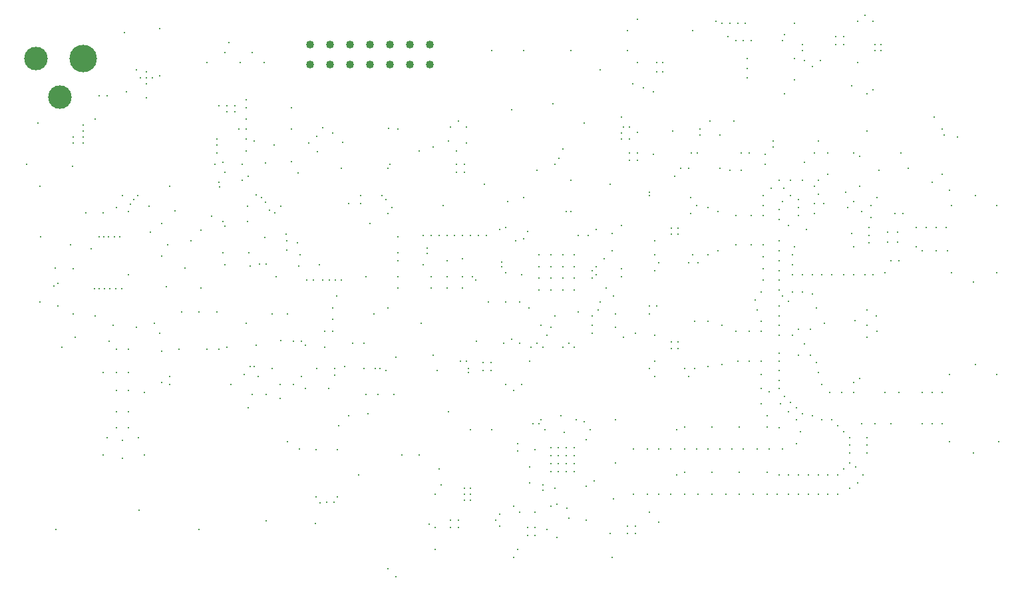
<source format=gbr>
%FSLAX36Y36*%
%MOMM*%
%ADD200C,0.200000*%
%ADD201C,0.254000*%
%ADD202C,0.300000*%
%ADD203C,1.016000*%
%ADD204C,3.000000*%
%ADD205C,3.500000*%
G54D200*
X140233000Y-129750000D03*
X140233000Y-130750000D03*
X141000000Y-84500000D03*
X141000000Y-85500000D03*
X141233000Y-129750000D03*
X141233000Y-130750000D03*
X142000000Y-84500000D03*
X142000000Y-85500000D03*
X144400000Y-109750000D03*
X144400000Y-110750000D03*
X145400000Y-109750000D03*
X145400000Y-110750000D03*
X150000000Y-130750000D03*
X150000000Y-131750000D03*
X151000000Y-130750000D03*
X151000000Y-131750000D03*
X151500000Y-96000000D03*
X151500000Y-97500000D03*
X151500000Y-99000000D03*
X151500000Y-100500000D03*
X152965000Y-120584000D03*
X152965000Y-121584000D03*
X152965000Y-122584000D03*
X152965000Y-123584000D03*
X153000000Y-96000000D03*
X153000000Y-97500000D03*
X153000000Y-99000000D03*
X153000000Y-100500000D03*
X153965000Y-120584000D03*
X153965000Y-121584000D03*
X153965000Y-122584000D03*
X153965000Y-123584000D03*
X154500000Y-96000000D03*
X154500000Y-97500000D03*
X154500000Y-99000000D03*
X154500000Y-100500000D03*
X154965000Y-120584000D03*
X154965000Y-121584000D03*
X154965000Y-122584000D03*
X154965000Y-123584000D03*
X155965000Y-120584000D03*
X155965000Y-121584000D03*
X155965000Y-122584000D03*
X155965000Y-123584000D03*
X156000000Y-96000000D03*
X156000000Y-97500000D03*
X156000000Y-99000000D03*
X156000000Y-100500000D03*
X162750000Y-130500000D03*
X162750000Y-131500000D03*
X163000000Y-83000000D03*
X163000000Y-84000000D03*
X163750000Y-130500000D03*
X163750000Y-131500000D03*
X164000000Y-83000000D03*
X164000000Y-84000000D03*
X168350000Y-92600000D03*
X168350000Y-93400000D03*
X168350000Y-107100000D03*
X168350000Y-107900000D03*
X169150000Y-92600000D03*
X169150000Y-93400000D03*
X169150000Y-107100000D03*
X169150000Y-107900000D03*
X170850000Y-83000000D03*
X171650000Y-83000000D03*
X177250000Y-83050000D03*
X178250000Y-83050000D03*
X189250000Y-68250000D03*
X189250000Y-69250000D03*
X190250000Y-68250000D03*
X190250000Y-69250000D03*
G54D201*
X86250000Y-84500000D03*
X87750000Y-79250000D03*
X88000000Y-87250000D03*
X88000000Y-102000000D03*
X88100000Y-93700000D03*
X89750000Y-100000000D03*
X89900000Y-97700000D03*
X90000000Y-131000000D03*
X90250000Y-102500000D03*
X90300000Y-99600000D03*
X90750000Y-107750000D03*
X91904000Y-94749000D03*
X92100000Y-84700000D03*
X92200000Y-97750000D03*
X92250000Y-81000000D03*
X92250000Y-81750000D03*
X92250000Y-103500000D03*
X92500000Y-106500000D03*
X93500000Y-79500000D03*
X93500000Y-80250000D03*
X93500000Y-81000000D03*
X93500000Y-81750000D03*
X93800000Y-90700000D03*
X94500000Y-95250000D03*
X94900000Y-100300000D03*
X95000000Y-78750000D03*
X95000000Y-103750000D03*
X95486000Y-100295000D03*
X95500000Y-75750000D03*
X95500000Y-93700000D03*
X96000000Y-90700000D03*
X96000000Y-111000000D03*
X96000000Y-121500000D03*
X96100000Y-93700000D03*
X96200000Y-100300000D03*
X96500000Y-75750000D03*
X96500000Y-119250000D03*
X96700000Y-93700000D03*
X96750000Y-107000000D03*
X96900000Y-100300000D03*
X97250000Y-105000000D03*
X97500000Y-93700000D03*
X97600000Y-100300000D03*
X97750000Y-90000000D03*
X97750000Y-108000000D03*
X97750000Y-111000000D03*
X97750000Y-113250000D03*
X97750000Y-116000000D03*
X97750000Y-118000000D03*
X98100000Y-93700000D03*
X98400000Y-100300000D03*
X98500000Y-88500000D03*
X98500000Y-119600000D03*
X98500000Y-121900000D03*
X98750000Y-67750000D03*
X99000000Y-75250000D03*
X99200000Y-98500000D03*
X99250000Y-108000000D03*
X99250000Y-111000000D03*
X99250000Y-113250000D03*
X99250000Y-116000000D03*
X99250000Y-118000000D03*
X99250000Y-90500000D03*
X99500000Y-89600000D03*
X99900000Y-89000000D03*
X100250000Y-72500000D03*
X100250000Y-105250000D03*
X100400000Y-88500000D03*
X100500000Y-119250000D03*
X100600000Y-128500000D03*
X100750000Y-73500000D03*
X101250000Y-113500000D03*
X101250000Y-121500000D03*
X101500000Y-72750000D03*
X101500000Y-73500000D03*
X101500000Y-74250000D03*
X101500000Y-76000000D03*
X101900000Y-89800000D03*
X102000000Y-93100000D03*
X102250000Y-73500000D03*
X102576000Y-104744000D03*
X103250000Y-67250000D03*
X103250000Y-73250000D03*
X103250000Y-106000000D03*
X103500000Y-92000000D03*
X103500000Y-96200000D03*
X103500000Y-108250000D03*
X103500000Y-112250000D03*
X104100000Y-100100000D03*
X104251000Y-94749000D03*
X104500000Y-87250000D03*
X104500000Y-111500000D03*
X104500000Y-112500000D03*
X105200000Y-90400000D03*
X105700000Y-108000000D03*
X106000000Y-103250000D03*
X106400000Y-97700000D03*
X107205000Y-94205000D03*
X108250000Y-103250000D03*
X108250000Y-131000000D03*
X108500000Y-92900000D03*
X108500000Y-100250000D03*
X109200000Y-71500000D03*
X109250000Y-108000000D03*
X109800000Y-91100000D03*
X110250000Y-84500000D03*
X110500000Y-81250000D03*
X110500000Y-82000000D03*
X110500000Y-83000000D03*
X110500000Y-103300000D03*
X110750000Y-77000000D03*
X110750000Y-86750000D03*
X110750000Y-108000000D03*
X110800000Y-87400000D03*
X111250000Y-84250000D03*
X111250000Y-91750000D03*
X111250000Y-95750000D03*
X111500000Y-70250000D03*
X111500000Y-85500000D03*
X111500000Y-92331000D03*
X111500000Y-97250000D03*
X111750000Y-77000000D03*
X111750000Y-77750000D03*
X111750000Y-107750000D03*
X112000000Y-69000000D03*
X112250000Y-112500000D03*
X112750000Y-77000000D03*
X112750000Y-77750000D03*
X113250000Y-80000000D03*
X113500000Y-71500000D03*
X113750000Y-84500000D03*
X113750000Y-86500000D03*
X114000000Y-111250000D03*
X114250000Y-76250000D03*
X114250000Y-77250000D03*
X114250000Y-78750000D03*
X114250000Y-80000000D03*
X114250000Y-81250000D03*
X114250000Y-82750000D03*
X114250000Y-104750000D03*
X114400000Y-89800000D03*
X114400000Y-91800000D03*
X114500000Y-86000000D03*
X114500000Y-115500000D03*
X114600000Y-95700000D03*
X114700000Y-97400000D03*
X114750000Y-110250000D03*
X115000000Y-70250000D03*
X115000000Y-113750000D03*
X115250000Y-81500000D03*
X115250000Y-110250000D03*
X115500000Y-88400000D03*
X115500000Y-107500000D03*
X115750000Y-111500000D03*
X115876000Y-97200000D03*
X116200000Y-88700000D03*
X116500000Y-71500000D03*
X116600000Y-93800000D03*
X116700000Y-84300000D03*
X116700000Y-89300000D03*
X116750000Y-113750000D03*
X116800000Y-97200000D03*
X116800000Y-129900000D03*
X117200000Y-90300000D03*
X117500000Y-103500000D03*
X117500000Y-110500000D03*
X117750000Y-82000000D03*
X117900000Y-90700000D03*
X118000000Y-98750000D03*
X118500000Y-112500000D03*
X118500000Y-114250000D03*
X118600000Y-89800000D03*
X118600000Y-106900000D03*
X119300000Y-93400000D03*
X119400000Y-94200000D03*
X119400000Y-95400000D03*
X119500000Y-103500000D03*
X119500000Y-119750000D03*
X120000000Y-77250000D03*
X120000000Y-80000000D03*
X120000000Y-84100000D03*
X120250000Y-107000000D03*
X120250000Y-112500000D03*
X120750000Y-94500000D03*
X120800000Y-85600000D03*
X120900000Y-97400000D03*
X121000000Y-120750000D03*
X121100000Y-96000000D03*
X121250000Y-107000000D03*
X121250000Y-111500000D03*
X121750000Y-107500000D03*
X121750000Y-113000000D03*
X121900000Y-99200000D03*
X122200000Y-81800000D03*
X122800000Y-99200000D03*
X123000000Y-130200000D03*
X123100000Y-120800000D03*
X123100000Y-126800000D03*
X123200000Y-80900000D03*
X123226000Y-110500000D03*
X123300000Y-82900000D03*
X123500000Y-97250000D03*
X123600000Y-127600000D03*
X124000000Y-79800000D03*
X124000000Y-99200000D03*
X124250000Y-105750000D03*
X124250000Y-107750000D03*
X124500000Y-127500000D03*
X124750000Y-113000000D03*
X124800000Y-99200000D03*
X125200000Y-80500000D03*
X125250000Y-102750000D03*
X125250000Y-104250000D03*
X125250000Y-105750000D03*
X125400000Y-127500000D03*
X125500000Y-110500000D03*
X125500000Y-111354000D03*
X125600000Y-99200000D03*
X125750000Y-101250000D03*
X125800000Y-120800000D03*
X125800000Y-126800000D03*
X126000000Y-117750000D03*
X126300000Y-85000000D03*
X126300000Y-99200000D03*
X126500000Y-81700000D03*
X126750000Y-110250000D03*
X127250000Y-89500000D03*
X127250000Y-116500000D03*
X127750000Y-107250000D03*
X128500000Y-124000000D03*
X128750000Y-88500000D03*
X128750000Y-89500000D03*
X129250000Y-107250000D03*
X129250000Y-110500000D03*
X129500000Y-98750000D03*
X129500000Y-113750000D03*
X129750000Y-116250000D03*
X130000000Y-92000000D03*
X130500000Y-103500000D03*
X130669000Y-110500000D03*
X131000000Y-113750000D03*
X131250000Y-110500000D03*
X131500000Y-88500000D03*
X131980000Y-88990000D03*
X132000000Y-110750000D03*
X132250000Y-85000000D03*
X132250000Y-90750000D03*
X132250000Y-102750000D03*
X132250000Y-136000000D03*
X132300000Y-79900000D03*
X132500000Y-84500000D03*
X132750000Y-90000000D03*
X133000000Y-113750000D03*
X133250000Y-109000000D03*
X133250000Y-137000000D03*
X133500000Y-80000000D03*
X133500000Y-93750000D03*
X133500000Y-95750000D03*
X133500000Y-96750000D03*
X133500000Y-98750000D03*
X133500000Y-100250000D03*
X134000000Y-121500000D03*
X136250000Y-82750000D03*
X136250000Y-121500000D03*
X136500000Y-104750000D03*
X136750000Y-93500000D03*
X136750000Y-97250000D03*
X137250000Y-95183000D03*
X137250000Y-95817000D03*
X137500000Y-130250000D03*
X137750000Y-93500000D03*
X137750000Y-98750000D03*
X137750000Y-100250000D03*
X138000000Y-82250000D03*
X138000000Y-108750000D03*
X138250000Y-126500000D03*
X138250000Y-130750000D03*
X138250000Y-133500000D03*
X138500000Y-110750000D03*
X138750000Y-93500000D03*
X138750000Y-123250000D03*
X139000000Y-125250000D03*
X139250000Y-89750000D03*
X139750000Y-93500000D03*
X139750000Y-96750000D03*
X139750000Y-98750000D03*
X139750000Y-100250000D03*
X140000000Y-81500000D03*
X140000000Y-116000000D03*
X140250000Y-79750000D03*
X140750000Y-93500000D03*
X141000000Y-82750000D03*
X141250000Y-79000000D03*
X141500000Y-109500000D03*
X141750000Y-93500000D03*
X141750000Y-96500000D03*
X141750000Y-98750000D03*
X141750000Y-100250000D03*
X142000000Y-125750000D03*
X142000000Y-126500000D03*
X142000000Y-127250000D03*
X142250000Y-79750000D03*
X142250000Y-81750000D03*
X142250000Y-109500000D03*
X142500000Y-110500000D03*
X142500000Y-111000000D03*
X142750000Y-93500000D03*
X142750000Y-118250000D03*
X142750000Y-125750000D03*
X142750000Y-126500000D03*
X142750000Y-127250000D03*
X143045000Y-98795000D03*
X143455000Y-99205000D03*
X143500000Y-107000000D03*
X143750000Y-93500000D03*
X144500000Y-87000000D03*
X144750000Y-93500000D03*
X145000000Y-102000000D03*
X145500000Y-70000000D03*
X145500000Y-118250000D03*
X146000000Y-129750000D03*
X146500000Y-92750000D03*
X146500000Y-129000000D03*
X146500000Y-130500000D03*
X146750000Y-96959000D03*
X146750000Y-97541000D03*
X147000000Y-107250000D03*
X147250000Y-92500000D03*
X147250000Y-98250000D03*
X147250000Y-102000000D03*
X147250000Y-112500000D03*
X147500000Y-89250000D03*
X148000000Y-77500000D03*
X148000000Y-106750000D03*
X148250000Y-113250000D03*
X148250000Y-128000000D03*
X148250000Y-134500000D03*
X148500000Y-94250000D03*
X148750000Y-120000000D03*
X148750000Y-121000000D03*
X148750000Y-133500000D03*
X149000000Y-102000000D03*
X149000000Y-107250000D03*
X149000000Y-128750000D03*
X149250000Y-98500000D03*
X149250000Y-112500000D03*
X149500000Y-70000000D03*
X149500000Y-88750000D03*
X149500000Y-94000000D03*
X150000000Y-93000000D03*
X150216000Y-102750000D03*
X150250000Y-109500000D03*
X150250000Y-123000000D03*
X150250000Y-125000000D03*
X150500000Y-107750000D03*
X150750000Y-117500000D03*
X151000000Y-128750000D03*
X151006000Y-120834000D03*
X151250000Y-85250000D03*
X151250000Y-107250000D03*
X151500000Y-117500000D03*
X151705000Y-104955000D03*
X151750000Y-117000000D03*
X152000000Y-107750000D03*
X152000000Y-125250000D03*
X152000000Y-126000000D03*
X152250000Y-118250000D03*
X152500000Y-106250000D03*
X152500000Y-131000000D03*
X153000000Y-105250000D03*
X153000000Y-128000000D03*
X153250000Y-76750000D03*
X153500000Y-84500000D03*
X153500000Y-103750000D03*
X153500000Y-125750000D03*
X153750000Y-127750000D03*
X153750000Y-132000000D03*
X154000000Y-83750000D03*
X154250000Y-116500000D03*
X154500000Y-82500000D03*
X154500000Y-107750000D03*
X154696000Y-118572000D03*
X154938000Y-90476000D03*
X155000000Y-128250000D03*
X155250000Y-107250000D03*
X155250000Y-129500000D03*
X155500000Y-70000000D03*
X155500000Y-86500000D03*
X155572000Y-90476000D03*
X156000000Y-107750000D03*
X156250000Y-117000000D03*
X156500000Y-93500000D03*
X156500000Y-103250000D03*
X157250000Y-79250000D03*
X157250000Y-117250000D03*
X157500000Y-119500000D03*
X157500000Y-125500000D03*
X157500000Y-129750000D03*
X157750000Y-93500000D03*
X158000000Y-118250000D03*
X158250000Y-98000000D03*
X158250000Y-99000000D03*
X158250000Y-103750000D03*
X158250000Y-105000000D03*
X158250000Y-106000000D03*
X158500000Y-124750000D03*
X158750000Y-92750000D03*
X158750000Y-97500000D03*
X158750000Y-98500000D03*
X159000000Y-103000000D03*
X159250000Y-72500000D03*
X159250000Y-102000000D03*
X159750000Y-96500000D03*
X160000000Y-100250000D03*
X160500000Y-87000000D03*
X160500000Y-131500000D03*
X160750000Y-93250000D03*
X160750000Y-95500000D03*
X160750000Y-134500000D03*
X161000000Y-101250000D03*
X161000000Y-127090000D03*
X161250000Y-103500000D03*
X161250000Y-105250000D03*
X161250000Y-117000000D03*
X161250000Y-122500000D03*
X162000000Y-78500000D03*
X162000000Y-80500000D03*
X162000000Y-81250000D03*
X162000000Y-92250000D03*
X162000000Y-97750000D03*
X162000000Y-98750000D03*
X162250000Y-79750000D03*
X162250000Y-106500000D03*
X162750000Y-67500000D03*
X162750000Y-70000000D03*
X163000000Y-79750000D03*
X163000000Y-81250000D03*
X163400000Y-74200000D03*
X163500000Y-120750000D03*
X163500000Y-126500000D03*
X163750000Y-106000000D03*
X164000000Y-66000000D03*
X164000000Y-71500000D03*
X164039000Y-80405000D03*
X164750000Y-74750000D03*
X165250000Y-120750000D03*
X165250000Y-126500000D03*
X165500000Y-88000000D03*
X165500000Y-88500000D03*
X165500000Y-102500000D03*
X165500000Y-103500000D03*
X165500000Y-110500000D03*
X165500000Y-128750000D03*
X166000000Y-75250000D03*
X166000000Y-83250000D03*
X166250000Y-94250000D03*
X166250000Y-96000000D03*
X166250000Y-98000000D03*
X166250000Y-106250000D03*
X166250000Y-109500000D03*
X166250000Y-111500000D03*
X166500000Y-71500000D03*
X166500000Y-72750000D03*
X166500000Y-102500000D03*
X166750000Y-97000000D03*
X166750000Y-120750000D03*
X166750000Y-126500000D03*
X166750000Y-130000000D03*
X167250000Y-71500000D03*
X167250000Y-72750000D03*
X168250000Y-120750000D03*
X168250000Y-126500000D03*
X168500000Y-80250000D03*
X168750000Y-86000000D03*
X169000000Y-118300000D03*
X169000000Y-124000000D03*
X169500000Y-85000000D03*
X170000000Y-110500000D03*
X170000000Y-117900000D03*
X170000000Y-120750000D03*
X170000000Y-123700000D03*
X170000000Y-126500000D03*
X170500000Y-85000000D03*
X170500000Y-97000000D03*
X170500000Y-111500000D03*
X170750000Y-88750000D03*
X170750000Y-90750000D03*
X171000000Y-67500000D03*
X171000000Y-96000000D03*
X171250000Y-104500000D03*
X171250000Y-110500000D03*
X171500000Y-89750000D03*
X171500000Y-120750000D03*
X171750000Y-97000000D03*
X171750000Y-126500000D03*
X172000000Y-80000000D03*
X172000000Y-80750000D03*
X173000000Y-90000000D03*
X173000000Y-96000000D03*
X173000000Y-104500000D03*
X173000000Y-110250000D03*
X173000000Y-120750000D03*
X173250000Y-79000000D03*
X173500000Y-117900000D03*
X173500000Y-123700000D03*
X173500000Y-126500000D03*
X174000000Y-66250000D03*
X174250000Y-90500000D03*
X174250000Y-95500000D03*
X174500000Y-80750000D03*
X174500000Y-85000000D03*
X174500000Y-120750000D03*
X174750000Y-66500000D03*
X174750000Y-105000000D03*
X174750000Y-110000000D03*
X175250000Y-126500000D03*
X175500000Y-68250000D03*
X175750000Y-66500000D03*
X175750000Y-85250000D03*
X176000000Y-120750000D03*
X176250000Y-79000000D03*
X176500000Y-68750000D03*
X176500000Y-91000000D03*
X176500000Y-94750000D03*
X176500000Y-105750000D03*
X176750000Y-66500000D03*
X176750000Y-109500000D03*
X177000000Y-117900000D03*
X177000000Y-123700000D03*
X177000000Y-126500000D03*
X177250000Y-85250000D03*
X177500000Y-68750000D03*
X177500000Y-120750000D03*
X177750000Y-66500000D03*
X178000000Y-71000000D03*
X178000000Y-72250000D03*
X178000000Y-73500000D03*
X178250000Y-105750000D03*
X178250000Y-109500000D03*
X178500000Y-68750000D03*
X178500000Y-91000000D03*
X178500000Y-94750000D03*
X178750000Y-126500000D03*
X179000000Y-101750000D03*
X179250000Y-103000000D03*
X179250000Y-120750000D03*
X179750000Y-100750000D03*
X179750000Y-104500000D03*
X179750000Y-105750000D03*
X179750000Y-109500000D03*
X179750000Y-111250000D03*
X179750000Y-113000000D03*
X179750000Y-115000000D03*
X180000000Y-88500000D03*
X180000000Y-89750000D03*
X180000000Y-91000000D03*
X180000000Y-94750000D03*
X180000000Y-96250000D03*
X180000000Y-97750000D03*
X180000000Y-99250000D03*
X180250000Y-83250000D03*
X180250000Y-84500000D03*
X180500000Y-116500000D03*
X180500000Y-117900000D03*
X180500000Y-123700000D03*
X180500000Y-126500000D03*
X180750000Y-120750000D03*
X180800000Y-113400000D03*
X181000000Y-87500000D03*
X181250000Y-81500000D03*
X181250000Y-82250000D03*
X181750000Y-126500000D03*
X182000000Y-86500000D03*
X182000000Y-90250000D03*
X182000000Y-91500000D03*
X182000000Y-94250000D03*
X182000000Y-95500000D03*
X182000000Y-96750000D03*
X182000000Y-98000000D03*
X182000000Y-99250000D03*
X182000000Y-100500000D03*
X182000000Y-102500000D03*
X182000000Y-103750000D03*
X182000000Y-105000000D03*
X182000000Y-106250000D03*
X182000000Y-108500000D03*
X182000000Y-109500000D03*
X182000000Y-110750000D03*
X182000000Y-112000000D03*
X182000000Y-113000000D03*
X182000000Y-118000000D03*
X182000000Y-124000000D03*
X182250000Y-115000000D03*
X182500000Y-68750000D03*
X182500000Y-89250000D03*
X182500000Y-101250000D03*
X182500000Y-120750000D03*
X182600000Y-87500000D03*
X182750000Y-68000000D03*
X182750000Y-75500000D03*
X182750000Y-114000000D03*
X183200000Y-101900000D03*
X183250000Y-92250000D03*
X183250000Y-116000000D03*
X183250000Y-124000000D03*
X183250000Y-126500000D03*
X183500000Y-86500000D03*
X183500000Y-88500000D03*
X183500000Y-114750000D03*
X183750000Y-96000000D03*
X183750000Y-97250000D03*
X183750000Y-98500000D03*
X183750000Y-100750000D03*
X183750000Y-106250000D03*
X184000000Y-66500000D03*
X184000000Y-71000000D03*
X184000000Y-73750000D03*
X184000000Y-95000000D03*
X184250000Y-115500000D03*
X184250000Y-117000000D03*
X184250000Y-120000000D03*
X184500000Y-89000000D03*
X184500000Y-90000000D03*
X184500000Y-91000000D03*
X184500000Y-105500000D03*
X184500000Y-108750000D03*
X184500000Y-124000000D03*
X184500000Y-126500000D03*
X184750000Y-118500000D03*
X185000000Y-69250000D03*
X185000000Y-70000000D03*
X185000000Y-86500000D03*
X185000000Y-98500000D03*
X185000000Y-100750000D03*
X185000000Y-116250000D03*
X185250000Y-71250000D03*
X185250000Y-84250000D03*
X185250000Y-107323000D03*
X185500000Y-92750000D03*
X185750000Y-124000000D03*
X185750000Y-126500000D03*
X186000000Y-105500000D03*
X186000000Y-108750000D03*
X186250000Y-72000000D03*
X186250000Y-98500000D03*
X186250000Y-101000000D03*
X186250000Y-116500000D03*
X186500000Y-83000000D03*
X186500000Y-87250000D03*
X186500000Y-89500000D03*
X186500000Y-90750000D03*
X186750000Y-102750000D03*
X186750000Y-109750000D03*
X187000000Y-81500000D03*
X187000000Y-86500000D03*
X187000000Y-88250000D03*
X187000000Y-111000000D03*
X187000000Y-124000000D03*
X187000000Y-126500000D03*
X187250000Y-71250000D03*
X187500000Y-98500000D03*
X187500000Y-112500000D03*
X187500000Y-117000000D03*
X187750000Y-89500000D03*
X187800000Y-104700000D03*
X188250000Y-83000000D03*
X188250000Y-85750000D03*
X188250000Y-124000000D03*
X188250000Y-126500000D03*
X188500000Y-113500000D03*
X188750000Y-98500000D03*
X188750000Y-117000000D03*
X189500000Y-117750000D03*
X189500000Y-124000000D03*
X189500000Y-126500000D03*
X190000000Y-113500000D03*
X190250000Y-98500000D03*
X190250000Y-118500000D03*
X190250000Y-123250000D03*
X190500000Y-88000000D03*
X190750000Y-90000000D03*
X191000000Y-119250000D03*
X191000000Y-120250000D03*
X191000000Y-121250000D03*
X191000000Y-122500000D03*
X191000000Y-125750000D03*
X191250000Y-74500000D03*
X191250000Y-93250000D03*
X191500000Y-83000000D03*
X191500000Y-89250000D03*
X191500000Y-95000000D03*
X191500000Y-98500000D03*
X191500000Y-112250000D03*
X191500000Y-113500000D03*
X191700000Y-104400000D03*
X191800000Y-123000000D03*
X192000000Y-66250000D03*
X192000000Y-71500000D03*
X192000000Y-125000000D03*
X192250000Y-83500000D03*
X192250000Y-87250000D03*
X192250000Y-111750000D03*
X192500000Y-90500000D03*
X192500000Y-117500000D03*
X192750000Y-124000000D03*
X193000000Y-65500000D03*
X193000000Y-98500000D03*
X193200000Y-103000000D03*
X193250000Y-75500000D03*
X193250000Y-80250000D03*
X193250000Y-105000000D03*
X193250000Y-106500000D03*
X193250000Y-119250000D03*
X193250000Y-120250000D03*
X193250000Y-121250000D03*
X193500000Y-92500000D03*
X193500000Y-93500000D03*
X193500000Y-94500000D03*
X193750000Y-89750000D03*
X193750000Y-91250000D03*
X194000000Y-66250000D03*
X194000000Y-75000000D03*
X194000000Y-98500000D03*
X194250000Y-69250000D03*
X194250000Y-70000000D03*
X194250000Y-117500000D03*
X194400000Y-103800000D03*
X194500000Y-88750000D03*
X194500000Y-105750000D03*
X194750000Y-85250000D03*
X195000000Y-69250000D03*
X195000000Y-70000000D03*
X195500000Y-98250000D03*
X195500000Y-113500000D03*
X196250000Y-96750000D03*
X196250000Y-117500000D03*
X196750000Y-90750000D03*
X197250000Y-96750000D03*
X197250000Y-113500000D03*
X197500000Y-83000000D03*
X197750000Y-90750000D03*
X198500000Y-85000000D03*
X199500000Y-92500000D03*
X199500000Y-95000000D03*
X200250000Y-95500000D03*
X200250000Y-113500000D03*
X200250000Y-117500000D03*
X200750000Y-92500000D03*
X201500000Y-86750000D03*
X201500000Y-113500000D03*
X201500000Y-117500000D03*
X201750000Y-78500000D03*
X202000000Y-92500000D03*
X202000000Y-95500000D03*
X202750000Y-80000000D03*
X202750000Y-85750000D03*
X202750000Y-113500000D03*
X202750000Y-117500000D03*
X203000000Y-80750000D03*
X203250000Y-92500000D03*
X203500000Y-95500000D03*
X203750000Y-87750000D03*
X203750000Y-111250000D03*
X203750000Y-119750000D03*
X204000000Y-89750000D03*
X204000000Y-98250000D03*
X204750000Y-81000000D03*
X206750000Y-99500000D03*
X206750000Y-121250000D03*
X207000000Y-88500000D03*
X207000000Y-110000000D03*
X209750000Y-89750000D03*
X209750000Y-98250000D03*
X209750000Y-111250000D03*
X210000000Y-119750000D03*
G54D202*
X195850000Y-93100000D03*
X195850000Y-94400000D03*
X197150000Y-93100000D03*
X197150000Y-94400000D03*
G54D203*
X122380000Y-69210000D03*
X122380000Y-71750000D03*
X124920000Y-69210000D03*
X124920000Y-71750000D03*
X127460000Y-69210000D03*
X127460000Y-71750000D03*
X130000000Y-69210000D03*
X130000000Y-71750000D03*
X132540000Y-69210000D03*
X132540000Y-71750000D03*
X135080000Y-69210000D03*
X135080000Y-71750000D03*
X137620000Y-69210000D03*
X137620000Y-71750000D03*
G54D204*
X87500000Y-71000000D03*
X90550000Y-75900000D03*
G54D205*
X93500000Y-71000000D03*
M02*

</source>
